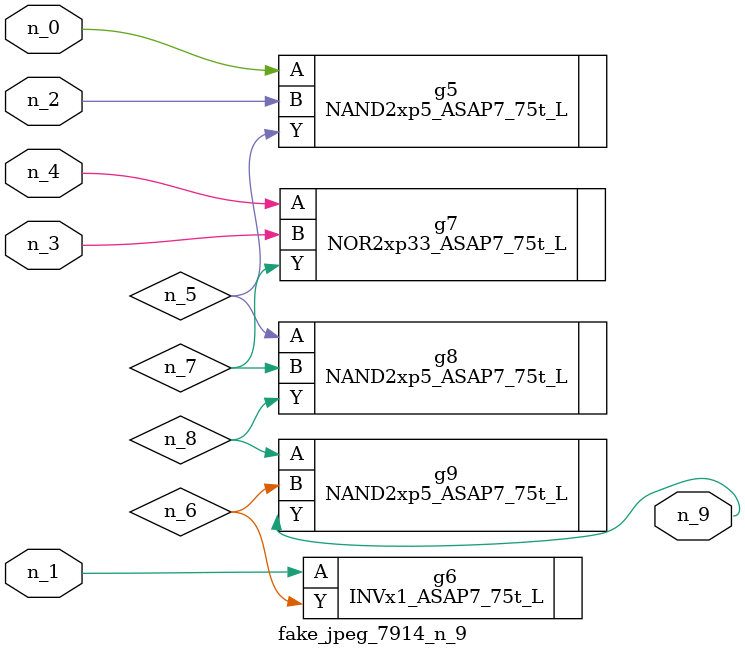
<source format=v>
module fake_jpeg_7914_n_9 (n_3, n_2, n_1, n_0, n_4, n_9);

input n_3;
input n_2;
input n_1;
input n_0;
input n_4;

output n_9;

wire n_8;
wire n_6;
wire n_5;
wire n_7;

NAND2xp5_ASAP7_75t_L g5 ( 
.A(n_0),
.B(n_2),
.Y(n_5)
);

INVx1_ASAP7_75t_L g6 ( 
.A(n_1),
.Y(n_6)
);

NOR2xp33_ASAP7_75t_L g7 ( 
.A(n_4),
.B(n_3),
.Y(n_7)
);

NAND2xp5_ASAP7_75t_L g8 ( 
.A(n_5),
.B(n_7),
.Y(n_8)
);

NAND2xp5_ASAP7_75t_L g9 ( 
.A(n_8),
.B(n_6),
.Y(n_9)
);


endmodule
</source>
